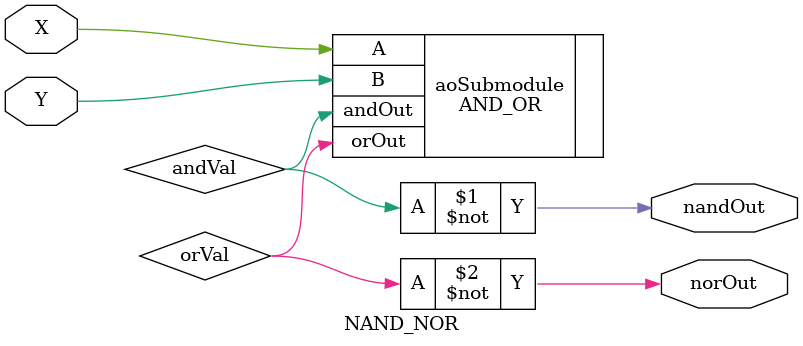
<source format=sv>
module NAND_NOR(nandOut, norOut, X, Y);
 output logic nandOut, norOut;
 input logic X, Y;
 logic andVal, orVal;
 AND_OR aoSubmodule (.andOut(andVal), .orOut(orVal),
 .A(X), .B(Y));
 not n1 (nandOut, andVal);
 not n2 (norOut, orVal);
endmodule
</source>
